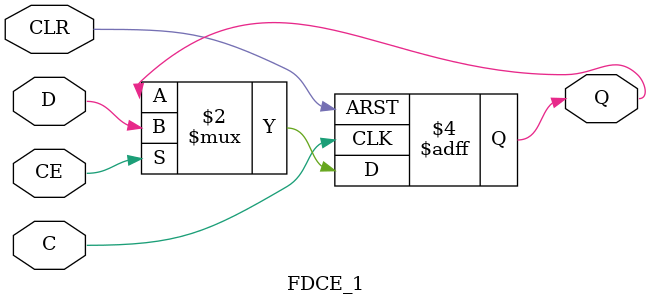
<source format=v>

/*

FUNCTION	: D-FLIP-FLOP with async clear and clock enable

*/

// `celldefine
`timescale  100 ps / 10 ps

module FDCE_1 (Q, C, CE, CLR, D);

    parameter INIT = 1'b0;

    output Q;
    reg    Q;

    input  C, CE, CLR, D;

	always @(posedge CLR or negedge C)
	    if (CLR)
		 Q <= 0;
	    else if (CE)
		Q <= D;

endmodule

</source>
